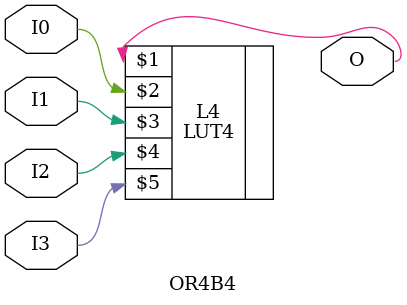
<source format=v>


`timescale  1 ps / 1 ps


module OR4B4 (O, I0, I1, I2, I3);

    output O;

    input  I0, I1, I2, I3;

    LUT4 #(.INIT(16'h7FFF)) L4 (O, I0, I1, I2, I3);

endmodule

</source>
